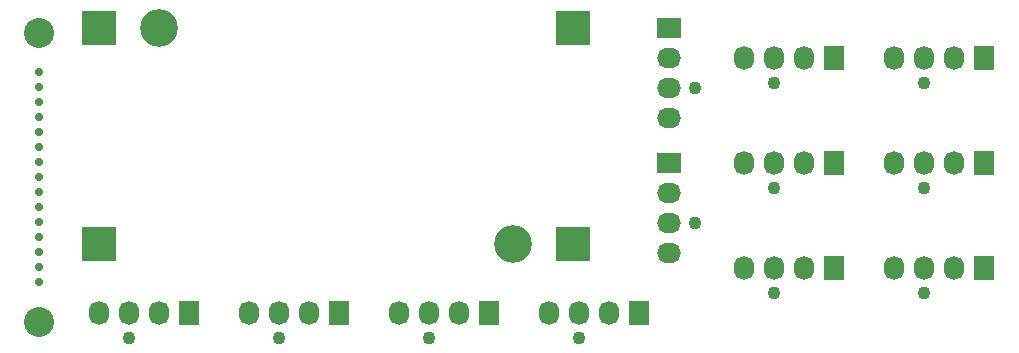
<source format=gbr>
%TF.GenerationSoftware,KiCad,Pcbnew,(5.1.10)-1*%
%TF.CreationDate,2021-07-17T09:46:38+08:00*%
%TF.ProjectId,FanDCControl,46616e44-4343-46f6-9e74-726f6c2e6b69,rev?*%
%TF.SameCoordinates,Original*%
%TF.FileFunction,Soldermask,Top*%
%TF.FilePolarity,Negative*%
%FSLAX46Y46*%
G04 Gerber Fmt 4.6, Leading zero omitted, Abs format (unit mm)*
G04 Created by KiCad (PCBNEW (5.1.10)-1) date 2021-07-17 09:46:38*
%MOMM*%
%LPD*%
G01*
G04 APERTURE LIST*
%ADD10C,0.700000*%
%ADD11C,2.540000*%
%ADD12C,3.200000*%
%ADD13R,3.000000X3.000000*%
%ADD14C,1.100000*%
%ADD15O,1.730000X2.030000*%
%ADD16R,1.730000X2.030000*%
%ADD17O,2.030000X1.730000*%
%ADD18R,2.030000X1.730000*%
G04 APERTURE END LIST*
D10*
%TO.C,U2*%
X78740000Y-71062000D03*
X78740000Y-72332000D03*
X78740000Y-69792000D03*
X78740000Y-76142000D03*
X78740000Y-73602000D03*
X78740000Y-74872000D03*
X78740000Y-77412000D03*
X78740000Y-78682000D03*
X78740000Y-79952000D03*
X78740000Y-81222000D03*
X78740000Y-82492000D03*
X78740000Y-83762000D03*
X78740000Y-85032000D03*
X78740000Y-86302000D03*
X78740000Y-87572000D03*
D11*
X78740000Y-66522600D03*
X78740000Y-90932000D03*
%TD*%
D12*
%TO.C,U1*%
X118872000Y-84328000D03*
X88900000Y-66040000D03*
D13*
X123952000Y-84328000D03*
X83820000Y-66040000D03*
X83820000Y-84328000D03*
X123952000Y-66040000D03*
%TD*%
D14*
%TO.C,FAN4*%
X153670000Y-88520000D03*
D15*
X151130000Y-86360000D03*
X153670000Y-86360000D03*
X156210000Y-86360000D03*
D16*
X158750000Y-86360000D03*
%TD*%
D14*
%TO.C,FAN3*%
X153670000Y-79630000D03*
D15*
X151130000Y-77470000D03*
X153670000Y-77470000D03*
X156210000Y-77470000D03*
D16*
X158750000Y-77470000D03*
%TD*%
D14*
%TO.C,FAN2*%
X153670000Y-70740000D03*
D15*
X151130000Y-68580000D03*
X153670000Y-68580000D03*
X156210000Y-68580000D03*
D16*
X158750000Y-68580000D03*
%TD*%
D14*
%TO.C,FAN1*%
X140970000Y-88520000D03*
D15*
X138430000Y-86360000D03*
X140970000Y-86360000D03*
X143510000Y-86360000D03*
D16*
X146050000Y-86360000D03*
%TD*%
D14*
%TO.C,5V_FAN4*%
X140970000Y-79630000D03*
D15*
X138430000Y-77470000D03*
X140970000Y-77470000D03*
X143510000Y-77470000D03*
D16*
X146050000Y-77470000D03*
%TD*%
D14*
%TO.C,5V_FAN3*%
X140970000Y-70740000D03*
D15*
X138430000Y-68580000D03*
X140970000Y-68580000D03*
X143510000Y-68580000D03*
D16*
X146050000Y-68580000D03*
%TD*%
D14*
%TO.C,5V_FAN2*%
X134240000Y-82550000D03*
D17*
X132080000Y-85090000D03*
X132080000Y-82550000D03*
X132080000Y-80010000D03*
D18*
X132080000Y-77470000D03*
%TD*%
D14*
%TO.C,5V_FAN1*%
X134240000Y-71120000D03*
D17*
X132080000Y-73660000D03*
X132080000Y-71120000D03*
X132080000Y-68580000D03*
D18*
X132080000Y-66040000D03*
%TD*%
D14*
%TO.C,12V_FAN4*%
X111760000Y-92330000D03*
D15*
X109220000Y-90170000D03*
X111760000Y-90170000D03*
X114300000Y-90170000D03*
D16*
X116840000Y-90170000D03*
%TD*%
D14*
%TO.C,12V_FAN3*%
X124460000Y-92330000D03*
D15*
X121920000Y-90170000D03*
X124460000Y-90170000D03*
X127000000Y-90170000D03*
D16*
X129540000Y-90170000D03*
%TD*%
D14*
%TO.C,12V_FAN2*%
X86360000Y-92330000D03*
D15*
X83820000Y-90170000D03*
X86360000Y-90170000D03*
X88900000Y-90170000D03*
D16*
X91440000Y-90170000D03*
%TD*%
D14*
%TO.C,12V_FAN1*%
X99060000Y-92330000D03*
D15*
X96520000Y-90170000D03*
X99060000Y-90170000D03*
X101600000Y-90170000D03*
D16*
X104140000Y-90170000D03*
%TD*%
M02*

</source>
